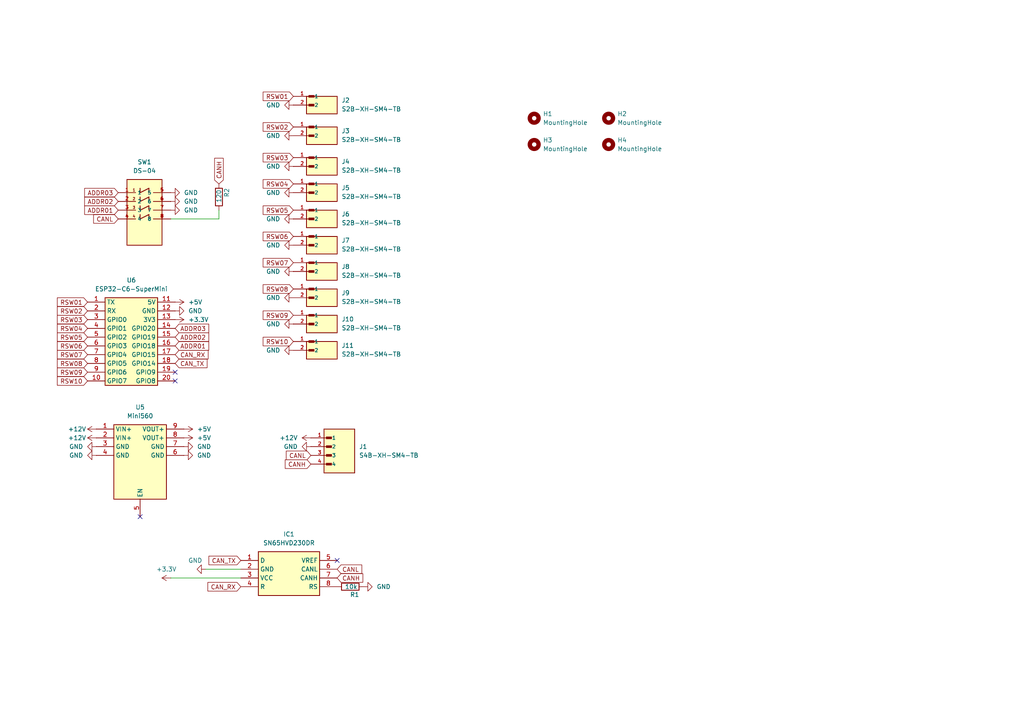
<source format=kicad_sch>
(kicad_sch (version 20250114) (generator "eeschema") (generator_version "9.0")
  (paper "A4")
  (lib_symbols
    (symbol "Device:R" (pin_numbers (hide yes)) (pin_names (offset 0))
      (property "Reference" "R" (at 2.032 0 90))
      (property "Value" "R" (at 0 0 90))
      (symbol "R_0_1"
        (rectangle (start -1.016 -2.54) (end 1.016 2.54) (stroke (width 0.254)))
      )
      (symbol "R_1_1"
        (pin passive line (at 0 3.81 270) (length 1.27) (name "~") (number "1"))
        (pin passive line (at 0 -3.81 90) (length 1.27) (name "~") (number "2"))
      )
    )
    (symbol "Mechanical:MountingHole" (pin_names (offset 1.016)) (in_bom no)
      (property "Reference" "H" (at 0 5.08 0))
      (property "Value" "MountingHole" (at 0 3.175 0))
      (symbol "MountingHole_0_1"
        (circle (center 0 0) (radius 1.27) (stroke (width 1.27)))
      )
    )
    (symbol "TrailCurrentSymbolLibrary:DS-04"
      (property "Reference" "SW1" (at 0 10.16 0))
      (property "Value" "DS-04" (at 0 -12.7 0))
      (symbol "DS-04_0_1"
        (rectangle (start -5.08 8.89) (end 5.08 -10.16) (stroke (width 0.254)) (fill (type background)))
        (polyline (pts (xy -1.27 6.35) (xy -1.27 5.08)) (stroke (width 0.254)))
        (polyline (pts (xy -1.27 5.08) (xy 1.27 6.35)) (stroke (width 0.254)))
        (polyline (pts (xy -1.27 3.81) (xy -1.27 2.54)) (stroke (width 0.254)))
        (polyline (pts (xy -1.27 2.54) (xy 1.27 3.81)) (stroke (width 0.254)))
        (polyline (pts (xy -1.27 1.27) (xy -1.27 0)) (stroke (width 0.254)))
        (polyline (pts (xy -1.27 0) (xy 1.27 1.27)) (stroke (width 0.254)))
        (polyline (pts (xy -1.27 -1.27) (xy -1.27 -2.54)) (stroke (width 0.254)))
        (polyline (pts (xy -1.27 -2.54) (xy 1.27 -1.27)) (stroke (width 0.254)))
        (polyline (pts (xy 1.27 6.35) (xy 1.27 5.08)) (stroke (width 0.254)))
        (polyline (pts (xy 1.27 3.81) (xy 1.27 2.54)) (stroke (width 0.254)))
        (polyline (pts (xy 1.27 1.27) (xy 1.27 0)) (stroke (width 0.254)))
        (polyline (pts (xy 1.27 -1.27) (xy 1.27 -2.54)) (stroke (width 0.254)))
        (text "1" (at -3.048 5.842 0) (effects (font (size 0.762 0.762))))
        (text "2" (at -3.048 3.302 0) (effects (font (size 0.762 0.762))))
        (text "3" (at -3.048 0.762 0) (effects (font (size 0.762 0.762))))
        (text "4" (at -3.048 -1.778 0) (effects (font (size 0.762 0.762))))
      )
      (symbol "DS-04_1_1"
        (pin passive line (at -7.62 5.08 0) (length 5.08) (name "1") (number "1"))
        (pin passive line (at -7.62 2.54 0) (length 5.08) (name "2") (number "2"))
        (pin passive line (at -7.62 0 0) (length 5.08) (name "3") (number "3"))
        (pin passive line (at -7.62 -2.54 0) (length 5.08) (name "4") (number "4"))
        (pin passive line (at 7.62 5.08 180) (length 5.08) (name "5") (number "5"))
        (pin passive line (at 7.62 2.54 180) (length 5.08) (name "6") (number "6"))
        (pin passive line (at 7.62 0 180) (length 5.08) (name "7") (number "7"))
        (pin passive line (at 7.62 -2.54 180) (length 5.08) (name "8") (number "8"))
      )
    )
    (symbol "TrailCurrentSymbolLibrary:ESP32-C6-SuperMini"
      (property "Reference" "U" (at 12.7 2.54 0))
      (property "Value" "ESP32-C6-SuperMini" (at 12.7 0 0))
      (symbol "ESP32-C6-SuperMini_0_1"
        (rectangle (start 5.08 1.27) (end 20.32 -24.13) (stroke (width 0.254)) (fill (type background)))
        (pin bidirectional line (at 0 0 0) (length 5.08) (name "TX") (number "1"))
        (pin bidirectional line (at 0 -2.54 0) (length 5.08) (name "RX") (number "2"))
        (pin bidirectional line (at 0 -5.08 0) (length 5.08) (name "GPIO0") (number "3"))
        (pin bidirectional line (at 0 -7.62 0) (length 5.08) (name "GPIO1") (number "4"))
        (pin bidirectional line (at 0 -10.16 0) (length 5.08) (name "GPIO2") (number "5"))
        (pin bidirectional line (at 0 -12.7 0) (length 5.08) (name "GPIO3") (number "6"))
        (pin bidirectional line (at 0 -15.24 0) (length 5.08) (name "GPIO4") (number "7"))
        (pin bidirectional line (at 0 -17.78 0) (length 5.08) (name "GPIO5") (number "8"))
        (pin bidirectional line (at 0 -20.32 0) (length 5.08) (name "GPIO6") (number "9"))
        (pin bidirectional line (at 0 -22.86 0) (length 5.08) (name "GPIO7") (number "10"))
        (pin power_in line (at 25.4 0 180) (length 5.08) (name "5V") (number "11"))
        (pin power_in line (at 25.4 -2.54 180) (length 5.08) (name "GND") (number "12"))
        (pin power_out line (at 25.4 -5.08 180) (length 5.08) (name "3V3") (number "13"))
        (pin bidirectional line (at 25.4 -7.62 180) (length 5.08) (name "GPIO20") (number "14"))
        (pin bidirectional line (at 25.4 -10.16 180) (length 5.08) (name "GPIO19") (number "15"))
        (pin bidirectional line (at 25.4 -12.7 180) (length 5.08) (name "GPIO18") (number "16"))
        (pin bidirectional line (at 25.4 -15.24 180) (length 5.08) (name "GPIO15") (number "17"))
        (pin bidirectional line (at 25.4 -17.78 180) (length 5.08) (name "GPIO14") (number "18"))
        (pin bidirectional line (at 25.4 -20.32 180) (length 5.08) (name "GPIO9") (number "19"))
        (pin bidirectional line (at 25.4 -22.86 180) (length 5.08) (name "GPIO8") (number "20"))
      )
    )
    (symbol "TrailCurrentSymbolLibrary:Mini560"
      (property "Reference" "U" (at 12.7 2.54 0))
      (property "Value" "Mini560" (at 12.7 0 0))
      (symbol "Mini560_0_1"
        (rectangle (start 5.08 1.27) (end 20.32 -20.32) (stroke (width 0.254)) (fill (type background)))
        (pin power_in line (at 0 0 0) (length 5.08) (name "VIN+") (number "1"))
        (pin passive line (at 0 -2.54 0) (length 5.08) (name "VIN+") (number "2"))
        (pin power_in line (at 0 -5.08 0) (length 5.08) (name "GND") (number "3"))
        (pin passive line (at 0 -7.62 0) (length 5.08) (name "GND") (number "4"))
        (pin input line (at 12.7 -25.4 90) (length 5.08) (name "EN") (number "5"))
        (pin passive line (at 25.4 0 180) (length 5.08) (name "VOUT+") (number "9"))
        (pin power_out line (at 25.4 -2.54 180) (length 5.08) (name "VOUT+") (number "8"))
        (pin passive line (at 25.4 -5.08 180) (length 5.08) (name "GND") (number "7"))
        (pin passive line (at 25.4 -7.62 180) (length 5.08) (name "GND") (number "6"))
      )
    )
    (symbol "TrailCurrentSymbolLibrary:S2B-XH-SM4-TB" (pin_names (offset 1.016))
      (property "Reference" "J" (at -3.81 3.175 0))
      (property "Value" "S2B-XH-SM4-TB" (at -3.81 -5.08 0))
      (symbol "S2B-XH-SM4-TB_0_0"
        (rectangle (start -3.81 -2.54) (end 5.08 2.54) (stroke (width 0.254)) (fill (type background)))
        (rectangle (start -3.175 2.2225) (end -1.5875 2.8575) (stroke (width 0.1)) (fill (type outline)))
        (rectangle (start -3.175 -0.3175) (end -1.5875 0.3175) (stroke (width 0.1)) (fill (type outline)))
        (pin passive line (at -7.62 2.54 0) (length 5.08) (name "1") (number "1"))
        (pin passive line (at -7.62 0 0) (length 5.08) (name "2") (number "2"))
      )
    )
    (symbol "TrailCurrentSymbolLibrary:S4B-XH-SM4-TB" (pin_names (offset 1.016))
      (property "Reference" "J" (at -3.81 5.715 0))
      (property "Value" "S4B-XH-SM4-TB" (at -3.81 -10.16 0))
      (symbol "S4B-XH-SM4-TB_0_0"
        (rectangle (start -3.81 -7.62) (end 5.08 5.08) (stroke (width 0.254)) (fill (type background)))
        (rectangle (start -3.175 2.2225) (end -1.5875 2.8575) (stroke (width 0.1)) (fill (type outline)))
        (rectangle (start -3.175 -0.3175) (end -1.5875 0.3175) (stroke (width 0.1)) (fill (type outline)))
        (rectangle (start -3.175 -2.8575) (end -1.5875 -2.2225) (stroke (width 0.1)) (fill (type outline)))
        (rectangle (start -3.175 -5.3975) (end -1.5875 -4.7625) (stroke (width 0.1)) (fill (type outline)))
        (pin passive line (at -7.62 2.54 0) (length 5.08) (name "1") (number "1"))
        (pin passive line (at -7.62 0 0) (length 5.08) (name "2") (number "2"))
        (pin passive line (at -7.62 -2.54 0) (length 5.08) (name "3") (number "3"))
        (pin passive line (at -7.62 -5.08 0) (length 5.08) (name "4") (number "4"))
      )
    )
    (symbol "TrailCurrentSymbolLibrary:SN65HVD230DR"
      (property "Reference" "IC" (at 24.13 7.62 0))
      (property "Value" "SN65HVD230DR" (at 24.13 5.08 0))
      (symbol "SN65HVD230DR_0_1"
        (rectangle (start 5.08 2.54) (end 22.86 -10.16) (stroke (width 0.254)) (fill (type background)))
        (pin passive line (at 0 0 0) (length 5.08) (name "D") (number "1"))
        (pin passive line (at 0 -2.54 0) (length 5.08) (name "GND") (number "2"))
        (pin passive line (at 0 -5.08 0) (length 5.08) (name "VCC") (number "3"))
        (pin passive line (at 0 -7.62 0) (length 5.08) (name "R") (number "4"))
        (pin passive line (at 27.94 0 180) (length 5.08) (name "VREF") (number "5"))
        (pin passive line (at 27.94 -2.54 180) (length 5.08) (name "CANL") (number "6"))
        (pin passive line (at 27.94 -5.08 180) (length 5.08) (name "CANH") (number "7"))
        (pin passive line (at 27.94 -7.62 180) (length 5.08) (name "RS") (number "8"))
      )
    )
    (symbol "power:+12V" (power) (pin_numbers (hide yes)) (pin_names (offset 0) (hide yes))
      (property "Value" "+12V" (at 0 3.556 0))
      (symbol "+12V_0_1"
        (polyline (pts (xy -0.762 1.27) (xy 0 2.54)))
        (polyline (pts (xy 0 2.54) (xy 0.762 1.27)))
        (polyline (pts (xy 0 0) (xy 0 2.54)))
      )
      (symbol "+12V_1_1"
        (pin power_in line (at 0 0 90) (length 0) (name "~") (number "1"))
      )
    )
    (symbol "power:+3.3V" (power) (pin_numbers (hide yes)) (pin_names (offset 0) (hide yes))
      (property "Value" "+3.3V" (at 0 3.556 0))
      (symbol "+3.3V_0_1"
        (polyline (pts (xy -0.762 1.27) (xy 0 2.54)))
        (polyline (pts (xy 0 2.54) (xy 0.762 1.27)))
        (polyline (pts (xy 0 0) (xy 0 2.54)))
      )
      (symbol "+3.3V_1_1"
        (pin power_in line (at 0 0 90) (length 0) (name "~") (number "1"))
      )
    )
    (symbol "power:+5V" (power) (pin_numbers (hide yes)) (pin_names (offset 0) (hide yes))
      (property "Value" "+5V" (at 0 3.556 0))
      (symbol "+5V_0_1"
        (polyline (pts (xy -0.762 1.27) (xy 0 2.54)))
        (polyline (pts (xy 0 2.54) (xy 0.762 1.27)))
        (polyline (pts (xy 0 0) (xy 0 2.54)))
      )
      (symbol "+5V_1_1"
        (pin power_in line (at 0 0 90) (length 0) (name "~") (number "1"))
      )
    )
    (symbol "power:GND" (power) (pin_numbers (hide yes)) (pin_names (offset 0) (hide yes))
      (property "Value" "GND" (at 0 -3.81 0))
      (symbol "GND_0_1"
        (polyline (pts (xy 0 0) (xy 0 -1.27) (xy 1.27 -1.27) (xy 0 -2.54) (xy -1.27 -1.27) (xy 0 -1.27)))
      )
      (symbol "GND_1_1"
        (pin power_in line (at 0 0 270) (length 0) (name "~") (number "1"))
      )
    )
  )
  (no_connect (at 50.8 107.95))
  (no_connect (at 97.79 162.56))
  (no_connect (at 50.8 110.49))
  (no_connect (at 40.64 149.86))
  (wire (pts (xy 63.5 63.5) (xy 63.5 60.96)))
  (wire (pts (xy 59.69 165.1) (xy 69.85 165.1)))
  (wire (pts (xy 49.53 63.5) (xy 63.5 63.5)))
  (wire (pts (xy 49.53 167.64) (xy 69.85 167.64)))
  (global_label "ADDR02" (shape input) (at 34.29 58.42 180) (property "Intersheetrefs" "${INTERSHEET_REFS}" (effects (hide yes))))
  (global_label "CANL" (shape input) (at 97.79 165.1 0) (property "Intersheetrefs" "${INTERSHEET_REFS}" (effects (hide yes))))
  (global_label "RSW06" (shape input) (at 85.09 68.58 180) (property "Intersheetrefs" "${INTERSHEET_REFS}" (effects (hide yes))))
  (global_label "RSW09" (shape input) (at 85.09 91.44 180) (property "Intersheetrefs" "${INTERSHEET_REFS}" (effects (hide yes))))
  (global_label "CAN_TX" (shape input) (at 50.8 105.41 0) (property "Intersheetrefs" "${INTERSHEET_REFS}" (effects (hide yes))))
  (global_label "RSW04" (shape input) (at 85.09 53.34 180) (property "Intersheetrefs" "${INTERSHEET_REFS}" (effects (hide yes))))
  (global_label "CANL" (shape input) (at 90.17 132.08 180) (property "Intersheetrefs" "${INTERSHEET_REFS}" (effects (hide yes))))
  (global_label "RSW05" (shape input) (at 25.4 97.79 180) (property "Intersheetrefs" "${INTERSHEET_REFS}" (effects (hide yes))))
  (global_label "RSW01" (shape input) (at 85.09 27.94 180) (property "Intersheetrefs" "${INTERSHEET_REFS}" (effects (hide yes))))
  (global_label "CAN_RX" (shape input) (at 50.8 102.87 0) (property "Intersheetrefs" "${INTERSHEET_REFS}" (effects (hide yes))))
  (global_label "RSW04" (shape input) (at 25.4 95.25 180) (property "Intersheetrefs" "${INTERSHEET_REFS}" (effects (hide yes))))
  (global_label "CANH" (shape input) (at 90.17 134.62 180) (property "Intersheetrefs" "${INTERSHEET_REFS}" (effects (hide yes))))
  (global_label "RSW07" (shape input) (at 25.4 102.87 180) (property "Intersheetrefs" "${INTERSHEET_REFS}" (effects (hide yes))))
  (global_label "RSW02" (shape input) (at 25.4 90.17 180) (property "Intersheetrefs" "${INTERSHEET_REFS}" (effects (hide yes))))
  (global_label "ADDR01" (shape input) (at 34.29 60.96 180) (property "Intersheetrefs" "${INTERSHEET_REFS}" (effects (hide yes))))
  (global_label "RSW08" (shape input) (at 25.4 105.41 180) (property "Intersheetrefs" "${INTERSHEET_REFS}" (effects (hide yes))))
  (global_label "RSW01" (shape input) (at 25.4 87.63 180) (property "Intersheetrefs" "${INTERSHEET_REFS}" (effects (hide yes))))
  (global_label "RSW10" (shape input) (at 85.09 99.06 180) (property "Intersheetrefs" "${INTERSHEET_REFS}" (effects (hide yes))))
  (global_label "RSW09" (shape input) (at 25.4 107.95 180) (property "Intersheetrefs" "${INTERSHEET_REFS}" (effects (hide yes))))
  (global_label "ADDR03" (shape input) (at 50.8 95.25 0) (property "Intersheetrefs" "${INTERSHEET_REFS}" (effects (hide yes))))
  (global_label "RSW10" (shape input) (at 25.4 110.49 180) (property "Intersheetrefs" "${INTERSHEET_REFS}" (effects (hide yes))))
  (global_label "ADDR03" (shape input) (at 34.29 55.88 180) (property "Intersheetrefs" "${INTERSHEET_REFS}" (effects (hide yes))))
  (global_label "CANH" (shape input) (at 63.5 53.34 90) (property "Intersheetrefs" "${INTERSHEET_REFS}" (effects (hide yes))))
  (global_label "RSW03" (shape input) (at 25.4 92.71 180) (property "Intersheetrefs" "${INTERSHEET_REFS}" (effects (hide yes))))
  (global_label "RSW05" (shape input) (at 85.09 60.96 180) (property "Intersheetrefs" "${INTERSHEET_REFS}" (effects (hide yes))))
  (global_label "RSW02" (shape input) (at 85.09 36.83 180) (property "Intersheetrefs" "${INTERSHEET_REFS}" (effects (hide yes))))
  (global_label "RSW08" (shape input) (at 85.09 83.82 180) (property "Intersheetrefs" "${INTERSHEET_REFS}" (effects (hide yes))))
  (global_label "CANL" (shape input) (at 34.29 63.5 180) (property "Intersheetrefs" "${INTERSHEET_REFS}" (effects (hide yes))))
  (global_label "RSW06" (shape input) (at 25.4 100.33 180) (property "Intersheetrefs" "${INTERSHEET_REFS}" (effects (hide yes))))
  (global_label "CANH" (shape input) (at 97.79 167.64 0) (property "Intersheetrefs" "${INTERSHEET_REFS}" (effects (hide yes))))
  (global_label "ADDR02" (shape input) (at 50.8 97.79 0) (property "Intersheetrefs" "${INTERSHEET_REFS}" (effects (hide yes))))
  (global_label "RSW07" (shape input) (at 85.09 76.2 180) (property "Intersheetrefs" "${INTERSHEET_REFS}" (effects (hide yes))))
  (global_label "RSW03" (shape input) (at 85.09 45.72 180) (property "Intersheetrefs" "${INTERSHEET_REFS}" (effects (hide yes))))
  (global_label "ADDR01" (shape input) (at 50.8 100.33 0) (property "Intersheetrefs" "${INTERSHEET_REFS}" (effects (hide yes))))
  (global_label "CAN_RX" (shape input) (at 69.85 170.18 180) (property "Intersheetrefs" "${INTERSHEET_REFS}" (effects (hide yes))))
  (global_label "CAN_TX" (shape input) (at 69.85 162.56 180) (property "Intersheetrefs" "${INTERSHEET_REFS}" (effects (hide yes))))
  (symbol (lib_id "power:GND") (at 85.09 39.37 270) (unit 1)
    (property "Reference" "#PWR015" (effects (hide yes)))
    (property "Value" "GND" (at 81.28 39.3699 90) (effects (justify right)))
    (property "Description" "Power symbol creates a global label with name \"GND\" , ground" (effects (hide yes)))
  )
  (symbol (lib_id "Device:R") (at 63.5 57.15 0) (unit 1)
    (property "Reference" "R2" (at 65.786 55.88 90))
    (property "Value" "120" (at 63.5 56.896 90))
    (property "Footprint" "Resistor_SMD:R_1206_3216Metric_Pad1.30x1.75mm_HandSolder" (effects (hide yes)))
    (property "Description" "Resistor" (effects (hide yes)))
  )
  (symbol (lib_id "TrailCurrentSymbolLibrary:ESP32-C6-SuperMini") (at 25.4 87.63 0) (unit 1)
    (property "Reference" "U6" (at 38.1 81.28 0))
    (property "Value" "ESP32-C6-SuperMini" (at 38.1 83.82 0))
    (property "Footprint" "TrailCurrentFootprints:ESP32-C6-SuperMini_SMD" (effects (hide yes)))
    (property "Datasheet" "https://www.espboards.dev/esp32/esp32-c6-super-mini/" (effects (hide yes)))
    (property "Description" "ESP32-C6 Super Mini Development Board, WiFi 6, BLE 5, Zigbee, Thread" (effects (hide yes)))
    (property "Manufacturer_Name" "Teyleten Robot" (effects (hide yes)))
    (property "LCSC Part" "C5364646" (effects (hide yes)))
    (property "DigiKey Part Number" "1904-ESP32-C6FH4CT-ND" (effects (hide yes)))
    (property "Mouser Part Number" "356-ESP32-C6FH4" (effects (hide yes)))
  )
  (symbol (lib_id "TrailCurrentSymbolLibrary:S2B-XH-SM4-TB") (at 92.71 39.37 0) (unit 1)
    (property "Reference" "J3" (at 99.06 37.9796 0) (effects (justify left)))
    (property "Value" "S2B-XH-SM4-TB" (at 99.06 40.5196 0) (effects (justify left)))
    (property "Footprint" "TrailCurrentFootprints:JST_S2B-XH-SM4-TB" (effects (hide yes)))
    (property "Datasheet" "https://www.jst-mfg.com/product/pdf/eng/eXH.pdf" (effects (hide yes)))
    (property "Description" "JST XH 2-pin SMD Connector, 2.50mm Pitch, Horizontal" (effects (hide yes)))
    (property "MANUFACTURER" "JST" (effects (hide yes)))
  )
  (symbol (lib_id "TrailCurrentSymbolLibrary:S2B-XH-SM4-TB") (at 92.71 63.5 0) (unit 1)
    (property "Reference" "J6" (at 99.06 62.1096 0) (effects (justify left)))
    (property "Value" "S2B-XH-SM4-TB" (at 99.06 64.6496 0) (effects (justify left)))
    (property "Footprint" "TrailCurrentFootprints:JST_S2B-XH-SM4-TB" (effects (hide yes)))
    (property "Datasheet" "https://www.jst-mfg.com/product/pdf/eng/eXH.pdf" (effects (hide yes)))
    (property "Description" "JST XH 2-pin SMD Connector, 2.50mm Pitch, Horizontal" (effects (hide yes)))
    (property "MANUFACTURER" "JST" (effects (hide yes)))
  )
  (symbol (lib_id "power:GND") (at 90.17 129.54 270) (unit 1)
    (property "Reference" "#PWR07" (effects (hide yes)))
    (property "Value" "GND" (at 86.36 129.5399 90) (effects (justify right)))
    (property "Description" "Power symbol creates a global label with name \"GND\" , ground" (effects (hide yes)))
  )
  (symbol (lib_id "TrailCurrentSymbolLibrary:S2B-XH-SM4-TB") (at 92.71 101.6 0) (unit 1)
    (property "Reference" "J11" (at 99.06 100.2096 0) (effects (justify left)))
    (property "Value" "S2B-XH-SM4-TB" (at 99.06 102.7496 0) (effects (justify left)))
    (property "Footprint" "TrailCurrentFootprints:JST_S2B-XH-SM4-TB" (effects (hide yes)))
    (property "Datasheet" "https://www.jst-mfg.com/product/pdf/eng/eXH.pdf" (effects (hide yes)))
    (property "Description" "JST XH 2-pin SMD Connector, 2.50mm Pitch, Horizontal" (effects (hide yes)))
    (property "MANUFACTURER" "JST" (effects (hide yes)))
  )
  (symbol (lib_id "power:GND") (at 105.41 170.18 90) (unit 1)
    (property "Reference" "#PWR0103" (effects (hide yes)))
    (property "Value" "GND" (at 109.22 170.1801 90) (effects (justify right)))
    (property "Description" "Power symbol creates a global label with name \"GND\" , ground" (effects (hide yes)))
  )
  (symbol (lib_id "TrailCurrentSymbolLibrary:S2B-XH-SM4-TB") (at 92.71 93.98 0) (unit 1)
    (property "Reference" "J10" (at 99.06 92.5896 0) (effects (justify left)))
    (property "Value" "S2B-XH-SM4-TB" (at 99.06 95.1296 0) (effects (justify left)))
    (property "Footprint" "TrailCurrentFootprints:JST_S2B-XH-SM4-TB" (effects (hide yes)))
    (property "Datasheet" "https://www.jst-mfg.com/product/pdf/eng/eXH.pdf" (effects (hide yes)))
    (property "Description" "JST XH 2-pin SMD Connector, 2.50mm Pitch, Horizontal" (effects (hide yes)))
    (property "MANUFACTURER" "JST" (effects (hide yes)))
  )
  (symbol (lib_id "power:+5V") (at 50.8 87.63 270) (unit 1)
    (property "Reference" "#PWR04" (effects (hide yes)))
    (property "Value" "+5V" (at 54.61 87.6299 90) (effects (justify left)))
    (property "Description" "Power symbol creates a global label with name \"+5V\"" (effects (hide yes)))
  )
  (symbol (lib_id "power:GND") (at 85.09 71.12 270) (unit 1)
    (property "Reference" "#PWR019" (effects (hide yes)))
    (property "Value" "GND" (at 81.28 71.1199 90) (effects (justify right)))
    (property "Description" "Power symbol creates a global label with name \"GND\" , ground" (effects (hide yes)))
  )
  (symbol (lib_id "power:+12V") (at 27.94 127 90) (unit 1)
    (property "Reference" "#PWR05" (effects (hide yes)))
    (property "Value" "+12V" (at 22.352 127 90))
    (property "Description" "Power symbol creates a global label with name \"+12V\"" (effects (hide yes)))
  )
  (symbol (lib_id "power:GND") (at 85.09 78.74 270) (unit 1)
    (property "Reference" "#PWR020" (effects (hide yes)))
    (property "Value" "GND" (at 81.28 78.7399 90) (effects (justify right)))
    (property "Description" "Power symbol creates a global label with name \"GND\" , ground" (effects (hide yes)))
  )
  (symbol (lib_id "TrailCurrentSymbolLibrary:S2B-XH-SM4-TB") (at 92.71 48.26 0) (unit 1)
    (property "Reference" "J4" (at 99.06 46.8696 0) (effects (justify left)))
    (property "Value" "S2B-XH-SM4-TB" (at 99.06 49.4096 0) (effects (justify left)))
    (property "Footprint" "TrailCurrentFootprints:JST_S2B-XH-SM4-TB" (effects (hide yes)))
    (property "Datasheet" "https://www.jst-mfg.com/product/pdf/eng/eXH.pdf" (effects (hide yes)))
    (property "Description" "JST XH 2-pin SMD Connector, 2.50mm Pitch, Horizontal" (effects (hide yes)))
    (property "MANUFACTURER" "JST" (effects (hide yes)))
  )
  (symbol (lib_id "power:+5V") (at 53.34 127 270) (unit 1)
    (property "Reference" "#PWR03" (effects (hide yes)))
    (property "Value" "+5V" (at 57.15 126.9999 90) (effects (justify left)))
    (property "Description" "Power symbol creates a global label with name \"+5V\"" (effects (hide yes)))
  )
  (symbol (lib_id "power:GND") (at 49.53 58.42 90) (unit 1)
    (property "Reference" "#PWR031" (effects (hide yes)))
    (property "Value" "GND" (at 53.34 58.4199 90) (effects (justify right)))
    (property "Description" "Power symbol creates a global label with name \"GND\" , ground" (effects (hide yes)))
  )
  (symbol (lib_id "TrailCurrentSymbolLibrary:S2B-XH-SM4-TB") (at 92.71 71.12 0) (unit 1)
    (property "Reference" "J7" (at 99.06 69.7296 0) (effects (justify left)))
    (property "Value" "S2B-XH-SM4-TB" (at 99.06 72.2696 0) (effects (justify left)))
    (property "Footprint" "TrailCurrentFootprints:JST_S2B-XH-SM4-TB" (effects (hide yes)))
    (property "Datasheet" "https://www.jst-mfg.com/product/pdf/eng/eXH.pdf" (effects (hide yes)))
    (property "Description" "JST XH 2-pin SMD Connector, 2.50mm Pitch, Horizontal" (effects (hide yes)))
    (property "MANUFACTURER" "JST" (effects (hide yes)))
  )
  (symbol (lib_id "power:GND") (at 49.53 55.88 90) (unit 1)
    (property "Reference" "#PWR030" (effects (hide yes)))
    (property "Value" "GND" (at 53.34 55.8799 90) (effects (justify right)))
    (property "Description" "Power symbol creates a global label with name \"GND\" , ground" (effects (hide yes)))
  )
  (symbol (lib_id "power:GND") (at 49.53 60.96 90) (unit 1)
    (property "Reference" "#PWR032" (effects (hide yes)))
    (property "Value" "GND" (at 53.34 60.9599 90) (effects (justify right)))
    (property "Description" "Power symbol creates a global label with name \"GND\" , ground" (effects (hide yes)))
  )
  (symbol (lib_id "power:+12V") (at 27.94 124.46 90) (unit 1)
    (property "Reference" "#PWR02" (effects (hide yes)))
    (property "Value" "+12V" (at 22.352 124.46 90))
    (property "Description" "Power symbol creates a global label with name \"+12V\"" (effects (hide yes)))
  )
  (symbol (lib_id "TrailCurrentSymbolLibrary:SN65HVD230DR") (at 69.85 162.56 0) (unit 1)
    (property "Reference" "IC1" (at 83.82 154.94 0))
    (property "Value" "SN65HVD230DR" (at 83.82 157.48 0))
    (property "Footprint" "TrailCurrentFootprints:SN65HVD230DR" (effects (hide yes)))
    (property "Datasheet" "http://www.ti.com/lit/gpn/sn65hvd230" (effects (hide yes)))
    (property "Description" "3.3 V CAN Transceiver with Standby Mode" (effects (hide yes)))
    (property "Height" "1.75" (effects (hide yes)))
    (property "Mouser Part Number" "595-SN65HVD230DR" (effects (hide yes)))
    (property "Mouser Price/Stock" "https://www.mouser.co.uk/ProductDetail/Texas-Instruments/SN65HVD230DR?qs=QViXGNcIEAtifeQR3pYVUQ%3D%3D" (effects (hide yes)))
    (property "LCSC Part" "C12084" (effects (hide yes)))
    (property "DigiKey Part Number" "296-11654-1-ND" (effects (hide yes)))
    (property "Manufacturer_Name" "Texas Instruments" (effects (hide yes)))
    (property "Manufacturer_Part_Number" "SN65HVD230DR" (effects (hide yes)))
  )
  (symbol (lib_id "Mechanical:MountingHole") (at 176.53 41.91 0) (unit 1) (in_bom no)
    (property "Reference" "H4" (at 179.07 40.6399 0) (effects (justify left)))
    (property "Value" "MountingHole" (at 179.07 43.1799 0) (effects (justify left)))
    (property "Footprint" "MountingHole:MountingHole_2.5mm" (effects (hide yes)))
    (property "Description" "Mounting Hole without connection" (effects (hide yes)))
  )
  (symbol (lib_id "TrailCurrentSymbolLibrary:S2B-XH-SM4-TB") (at 92.71 78.74 0) (unit 1)
    (property "Reference" "J8" (at 99.06 77.3496 0) (effects (justify left)))
    (property "Value" "S2B-XH-SM4-TB" (at 99.06 79.8896 0) (effects (justify left)))
    (property "Footprint" "TrailCurrentFootprints:JST_S2B-XH-SM4-TB" (effects (hide yes)))
    (property "Datasheet" "https://www.jst-mfg.com/product/pdf/eng/eXH.pdf" (effects (hide yes)))
    (property "Description" "JST XH 2-pin SMD Connector, 2.50mm Pitch, Horizontal" (effects (hide yes)))
    (property "MANUFACTURER" "JST" (effects (hide yes)))
  )
  (symbol (lib_id "power:GND") (at 59.69 165.1 270) (unit 1)
    (property "Reference" "#PWR011" (effects (hide yes)))
    (property "Value" "GND" (at 58.674 162.56 90) (effects (justify right)))
    (property "Description" "Power symbol creates a global label with name \"GND\" , ground" (effects (hide yes)))
  )
  (symbol (lib_id "power:+3.3V") (at 50.8 92.71 270) (unit 1)
    (property "Reference" "#PWR028" (effects (hide yes)))
    (property "Value" "+3.3V" (at 54.61 92.7099 90) (effects (justify left)))
    (property "Description" "Power symbol creates a global label with name \"+3.3V\"" (effects (hide yes)))
  )
  (symbol (lib_id "power:GND") (at 85.09 63.5 270) (unit 1)
    (property "Reference" "#PWR018" (effects (hide yes)))
    (property "Value" "GND" (at 81.28 63.4999 90) (effects (justify right)))
    (property "Description" "Power symbol creates a global label with name \"GND\" , ground" (effects (hide yes)))
  )
  (symbol (lib_id "power:GND") (at 85.09 48.26 270) (unit 1)
    (property "Reference" "#PWR016" (effects (hide yes)))
    (property "Value" "GND" (at 81.28 48.2599 90) (effects (justify right)))
    (property "Description" "Power symbol creates a global label with name \"GND\" , ground" (effects (hide yes)))
  )
  (symbol (lib_id "TrailCurrentSymbolLibrary:S2B-XH-SM4-TB") (at 92.71 86.36 0) (unit 1)
    (property "Reference" "J9" (at 99.06 84.9696 0) (effects (justify left)))
    (property "Value" "S2B-XH-SM4-TB" (at 99.06 87.5096 0) (effects (justify left)))
    (property "Footprint" "TrailCurrentFootprints:JST_S2B-XH-SM4-TB" (effects (hide yes)))
    (property "Datasheet" "https://www.jst-mfg.com/product/pdf/eng/eXH.pdf" (effects (hide yes)))
    (property "Description" "JST XH 2-pin SMD Connector, 2.50mm Pitch, Horizontal" (effects (hide yes)))
    (property "MANUFACTURER" "JST" (effects (hide yes)))
  )
  (symbol (lib_id "power:GND") (at 85.09 86.36 270) (unit 1)
    (property "Reference" "#PWR021" (effects (hide yes)))
    (property "Value" "GND" (at 81.28 86.3599 90) (effects (justify right)))
    (property "Description" "Power symbol creates a global label with name \"GND\" , ground" (effects (hide yes)))
  )
  (symbol (lib_id "power:GND") (at 85.09 55.88 270) (unit 1)
    (property "Reference" "#PWR017" (effects (hide yes)))
    (property "Value" "GND" (at 81.28 55.8799 90) (effects (justify right)))
    (property "Description" "Power symbol creates a global label with name \"GND\" , ground" (effects (hide yes)))
  )
  (symbol (lib_id "TrailCurrentSymbolLibrary:Mini560") (at 27.94 124.46 0) (unit 1)
    (property "Reference" "U5" (at 40.64 118.11 0))
    (property "Value" "Mini560" (at 40.64 120.65 0))
    (property "Footprint" "TrailCurrentFootprints:Mini560" (effects (hide yes)))
    (property "Description" "Mini560 DC-DC Buck Converter Module, 5A, 7-20V to 3.3/5/9/12V" (effects (hide yes)))
    (property "Manufacturer_Name" "Generic" (effects (hide yes)))
    (property "Manufacturer_Part_Number" "Mini560" (effects (hide yes)))
  )
  (symbol (lib_id "power:GND") (at 27.94 132.08 270) (unit 1)
    (property "Reference" "#PWR010" (effects (hide yes)))
    (property "Value" "GND" (at 24.13 132.0799 90) (effects (justify right)))
    (property "Description" "Power symbol creates a global label with name \"GND\" , ground" (effects (hide yes)))
  )
  (symbol (lib_id "power:GND") (at 27.94 129.54 270) (unit 1)
    (property "Reference" "#PWR09" (effects (hide yes)))
    (property "Value" "GND" (at 24.13 129.5399 90) (effects (justify right)))
    (property "Description" "Power symbol creates a global label with name \"GND\" , ground" (effects (hide yes)))
  )
  (symbol (lib_id "Mechanical:MountingHole") (at 154.94 41.91 0) (unit 1) (in_bom no)
    (property "Reference" "H3" (at 157.48 40.6399 0) (effects (justify left)))
    (property "Value" "MountingHole" (at 157.48 43.1799 0) (effects (justify left)))
    (property "Footprint" "MountingHole:MountingHole_2.5mm" (effects (hide yes)))
    (property "Description" "Mounting Hole without connection" (effects (hide yes)))
  )
  (symbol (lib_id "Mechanical:MountingHole") (at 154.94 34.29 0) (unit 1) (in_bom no)
    (property "Reference" "H1" (at 157.48 33.0199 0) (effects (justify left)))
    (property "Value" "MountingHole" (at 157.48 35.5599 0) (effects (justify left)))
    (property "Footprint" "MountingHole:MountingHole_2.5mm" (effects (hide yes)))
    (property "Description" "Mounting Hole without connection" (effects (hide yes)))
  )
  (symbol (lib_id "power:GND") (at 50.8 90.17 90) (unit 1)
    (property "Reference" "#PWR08" (effects (hide yes)))
    (property "Value" "GND" (at 54.61 90.1699 90) (effects (justify right)))
    (property "Description" "Power symbol creates a global label with name \"GND\" , ground" (effects (hide yes)))
  )
  (symbol (lib_id "TrailCurrentSymbolLibrary:S2B-XH-SM4-TB") (at 92.71 30.48 0) (unit 1)
    (property "Reference" "J2" (at 99.06 29.0896 0) (effects (justify left)))
    (property "Value" "S2B-XH-SM4-TB" (at 99.06 31.6296 0) (effects (justify left)))
    (property "Footprint" "TrailCurrentFootprints:JST_S2B-XH-SM4-TB" (effects (hide yes)))
    (property "Datasheet" "https://www.jst-mfg.com/product/pdf/eng/eXH.pdf" (effects (hide yes)))
    (property "Description" "JST XH 2-pin SMD Connector, 2.50mm Pitch, Horizontal" (effects (hide yes)))
    (property "MANUFACTURER" "JST" (effects (hide yes)))
  )
  (symbol (lib_id "power:GND") (at 53.34 129.54 90) (unit 1)
    (property "Reference" "#PWR012" (effects (hide yes)))
    (property "Value" "GND" (at 57.15 129.5399 90) (effects (justify right)))
    (property "Description" "Power symbol creates a global label with name \"GND\" , ground" (effects (hide yes)))
  )
  (symbol (lib_id "TrailCurrentSymbolLibrary:S4B-XH-SM4-TB") (at 97.79 129.54 0) (unit 1)
    (property "Reference" "J1" (at 104.14 129.5399 0) (effects (justify left)))
    (property "Value" "S4B-XH-SM4-TB" (at 104.14 132.0799 0) (effects (justify left)))
    (property "Footprint" "TrailCurrentFootprints:JST_S4B-XH-SM4-TB" (effects (hide yes)))
    (property "Datasheet" "https://www.jst-mfg.com/product/pdf/eng/eXH.pdf" (effects (hide yes)))
    (property "Description" "JST XH 4-pin SMD Connector, 2.50mm Pitch, Horizontal" (effects (hide yes)))
    (property "LCSC Part" "C161861" (effects (hide yes)))
    (property "DigiKey Part Number" "455-2262-1-ND" (effects (hide yes)))
    (property "MANUFACTURER" "JST" (effects (hide yes)))
  )
  (symbol (lib_id "power:+12V") (at 90.17 127 90) (unit 1)
    (property "Reference" "#PWR06" (effects (hide yes)))
    (property "Value" "+12V" (at 86.36 126.9999 90) (effects (justify left)))
    (property "Description" "Power symbol creates a global label with name \"+12V\"" (effects (hide yes)))
  )
  (symbol (lib_id "power:GND") (at 85.09 93.98 270) (unit 1)
    (property "Reference" "#PWR022" (effects (hide yes)))
    (property "Value" "GND" (at 81.28 93.9799 90) (effects (justify right)))
    (property "Description" "Power symbol creates a global label with name \"GND\" , ground" (effects (hide yes)))
  )
  (symbol (lib_id "Mechanical:MountingHole") (at 176.53 34.29 0) (unit 1) (in_bom no)
    (property "Reference" "H2" (at 179.07 33.0199 0) (effects (justify left)))
    (property "Value" "MountingHole" (at 179.07 35.5599 0) (effects (justify left)))
    (property "Footprint" "MountingHole:MountingHole_2.5mm" (effects (hide yes)))
    (property "Description" "Mounting Hole without connection" (effects (hide yes)))
  )
  (symbol (lib_id "power:+3.3V") (at 49.53 167.64 90) (unit 1)
    (property "Reference" "#PWR0102" (effects (hide yes)))
    (property "Value" "+3.3V" (at 48.26 165.1 90))
    (property "Description" "Power symbol creates a global label with name \"+3.3V\"" (effects (hide yes)))
  )
  (symbol (lib_id "power:GND") (at 53.34 132.08 90) (unit 1)
    (property "Reference" "#PWR013" (effects (hide yes)))
    (property "Value" "GND" (at 57.15 132.0799 90) (effects (justify right)))
    (property "Description" "Power symbol creates a global label with name \"GND\" , ground" (effects (hide yes)))
  )
  (symbol (lib_id "power:+5V") (at 53.34 124.46 270) (unit 1)
    (property "Reference" "#PWR01" (effects (hide yes)))
    (property "Value" "+5V" (at 57.15 124.4599 90) (effects (justify left)))
    (property "Description" "Power symbol creates a global label with name \"+5V\"" (effects (hide yes)))
  )
  (symbol (lib_id "power:GND") (at 85.09 30.48 270) (unit 1)
    (property "Reference" "#PWR014" (effects (hide yes)))
    (property "Value" "GND" (at 81.28 30.4799 90) (effects (justify right)))
    (property "Description" "Power symbol creates a global label with name \"GND\" , ground" (effects (hide yes)))
  )
  (symbol (lib_id "TrailCurrentSymbolLibrary:S2B-XH-SM4-TB") (at 92.71 55.88 0) (unit 1)
    (property "Reference" "J5" (at 99.06 54.4896 0) (effects (justify left)))
    (property "Value" "S2B-XH-SM4-TB" (at 99.06 57.0296 0) (effects (justify left)))
    (property "Footprint" "TrailCurrentFootprints:JST_S2B-XH-SM4-TB" (effects (hide yes)))
    (property "Datasheet" "https://www.jst-mfg.com/product/pdf/eng/eXH.pdf" (effects (hide yes)))
    (property "Description" "JST XH 2-pin SMD Connector, 2.50mm Pitch, Horizontal" (effects (hide yes)))
    (property "MANUFACTURER" "JST" (effects (hide yes)))
  )
  (symbol (lib_id "TrailCurrentSymbolLibrary:DS-04") (at 41.91 60.96 0) (unit 1)
    (property "Reference" "SW1" (at 41.91 46.99 0))
    (property "Value" "DS-04" (at 41.91 49.53 0))
    (property "Footprint" "TrailCurrentFootprints:DS-04" (effects (hide yes)))
    (property "Datasheet" "https://www.ebay.com/itm/203965125020" (effects (hide yes)))
    (property "Description" "4-Position DIP Slide Switch, SPST, 2.54mm Pitch, DIP-8" (effects (hide yes)))
    (property "Height" "5.5" (effects (hide yes)))
    (property "Manufacturer_Name" "Generic" (effects (hide yes)))
    (property "Manufacturer_Part_Number" "DS-04" (effects (hide yes)))
  )
  (symbol (lib_id "Device:R") (at 101.6 170.18 270) (unit 1)
    (property "Reference" "R1" (at 102.87 172.466 90))
    (property "Value" "10k" (at 101.854 170.18 90))
    (property "Footprint" "Resistor_SMD:R_1206_3216Metric_Pad1.30x1.75mm_HandSolder" (effects (hide yes)))
    (property "Description" "Resistor" (effects (hide yes)))
  )
  (symbol (lib_id "power:GND") (at 85.09 101.6 270) (unit 1)
    (property "Reference" "#PWR023" (effects (hide yes)))
    (property "Value" "GND" (at 81.28 101.5999 90) (effects (justify right)))
    (property "Description" "Power symbol creates a global label with name \"GND\" , ground" (effects (hide yes)))
  )
)
</source>
